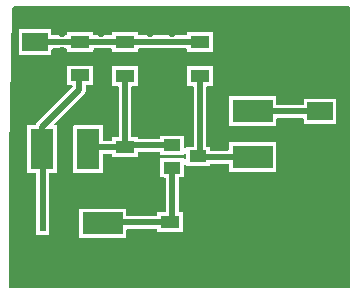
<source format=gbr>
G04 --- HEADER BEGIN --- *
%TF.GenerationSoftware,LibrePCB,LibrePCB,0.1.5*%
%TF.CreationDate,2021-06-20T18:39:02*%
%TF.ProjectId,Project_1 - Project_1,33df2010-fc84-4cad-912d-d0e73ea2b767,v1*%
%TF.Part,Single*%
%FSLAX66Y66*%
%MOMM*%
G01*
G74*
G04 --- HEADER END --- *
G04 --- APERTURE LIST BEGIN --- *
%ADD10R,3.4X1.9*%
%ADD11R,1.6X1.05*%
%ADD12O,2.19X1.587*%
%ADD13R,2.19X1.587*%
%ADD14R,0.5X0.5*%
%ADD15R,1.4X1.0*%
%ADD16R,1.9X3.4*%
%ADD17C,0.7*%
%ADD18C,0.5*%
%ADD19C,0.0*%
G04 --- APERTURE LIST END --- *
G04 --- BOARD BEGIN --- *
D10*
X8255000Y5760000D03*
X8255000Y1860000D03*
D11*
X10160000Y21110000D03*
X10160000Y18260000D03*
X16510000Y21110000D03*
X16510000Y18260000D03*
X13970000Y5870000D03*
X13970000Y3020000D03*
D12*
X26670000Y12700000D03*
D13*
X26670000Y15240000D03*
D11*
X6360000Y21140000D03*
X6360000Y18290000D03*
X10160000Y12220000D03*
X10160000Y9370000D03*
D14*
X3175000Y5345000D03*
X3175000Y3545000D03*
D12*
X2540000Y18595000D03*
D13*
X2540000Y21135000D03*
D15*
X14140000Y10480000D03*
X16340000Y11430000D03*
X14140000Y12380000D03*
D10*
X20955000Y11385000D03*
X20955000Y15285000D03*
D16*
X7030000Y12065000D03*
X3130000Y12065000D03*
D17*
X24600000Y14100000D03*
X12300000Y19800000D03*
X14100000Y19800000D03*
X14100000Y21900000D03*
X4800000Y21900000D03*
X24600000Y16500000D03*
X2100000Y9300000D03*
X8100000Y20100000D03*
X4200000Y7200000D03*
X8100000Y21900000D03*
X23700000Y14100000D03*
X12300000Y21900000D03*
X2100000Y7200000D03*
X23700000Y16500000D03*
X4800000Y20400000D03*
X4200000Y9300000D03*
D18*
X3175000Y12020000D02*
X3175000Y5345000D01*
X6300000Y17100000D02*
X3130000Y13930000D01*
X6360000Y18290000D02*
X6300000Y18290000D01*
X3130000Y12065000D02*
X3175000Y12020000D01*
X6300000Y17100000D02*
X6300000Y18290000D01*
X3130000Y13930000D02*
X3130000Y12065000D01*
X20955000Y15285000D02*
X21000000Y15240000D01*
X21000000Y15240000D02*
X26670000Y15240000D01*
X14140000Y6040000D02*
X14140000Y10480000D01*
X8255000Y5760000D02*
X8365000Y5870000D01*
X8365000Y5870000D02*
X13970000Y5870000D01*
X13970000Y5870000D02*
X14140000Y6040000D01*
X16510000Y11600000D02*
X16725000Y11385000D01*
X16510000Y11600000D02*
X16510000Y18260000D01*
X16340000Y11430000D02*
X16510000Y11600000D01*
X16725000Y11385000D02*
X20955000Y11385000D01*
X10320000Y12380000D02*
X14140000Y12380000D01*
X10160000Y18260000D02*
X10160000Y12220000D01*
X7185000Y12220000D02*
X10160000Y12220000D01*
X10160000Y12220000D02*
X10320000Y12380000D01*
X7030000Y12065000D02*
X7185000Y12220000D01*
X10160000Y21135000D02*
X16510000Y21135000D01*
X16510000Y21135000D02*
X16510000Y21110000D01*
X6360000Y21135000D02*
X10160000Y21135000D01*
X2540000Y21135000D02*
X6360000Y21135000D01*
X10160000Y21135000D02*
X10160000Y21110000D01*
X6360000Y21135000D02*
X6360000Y21140000D01*
D19*
G36*
X29169327Y319500D02*
X29210000Y400000D01*
X29210000Y24030000D01*
X29190500Y24089327D01*
X29110000Y24130000D01*
X732403Y24130000D01*
X673076Y24110500D01*
X632438Y24032631D01*
X300035Y11401330D01*
X300000Y11398699D01*
X300000Y400000D01*
X319500Y340673D01*
X400000Y300000D01*
X1161013Y300000D01*
X1161013Y20041500D01*
X1156248Y20043066D01*
X1145000Y20065328D01*
X1145000Y22212487D01*
X1146566Y22217252D01*
X1168828Y22228500D01*
X3918987Y22228500D01*
X3923752Y22226934D01*
X3935000Y22204672D01*
X3935000Y21785000D01*
X3954500Y21725673D01*
X4035000Y21685000D01*
X5160000Y21685000D01*
X5219327Y21704500D01*
X5260000Y21785000D01*
X5260000Y21948987D01*
X5261566Y21953752D01*
X5283828Y21965000D01*
X7443987Y21965000D01*
X7448752Y21963434D01*
X7460000Y21941172D01*
X7460000Y21785000D01*
X7479500Y21725673D01*
X7560000Y21685000D01*
X8960000Y21685000D01*
X9019327Y21704500D01*
X9060000Y21785000D01*
X9060000Y21918987D01*
X9061566Y21923752D01*
X9083828Y21935000D01*
X11243987Y21935000D01*
X11248752Y21933434D01*
X11260000Y21911172D01*
X11260000Y21785000D01*
X11279500Y21725673D01*
X11360000Y21685000D01*
X15310000Y21685000D01*
X15369327Y21704500D01*
X15410000Y21785000D01*
X15410000Y21918987D01*
X15411566Y21923752D01*
X15433828Y21935000D01*
X17593987Y21935000D01*
X17598752Y21933434D01*
X17610000Y21911172D01*
X17610000Y20301013D01*
X17608434Y20296248D01*
X17586172Y20285000D01*
X15426013Y20285000D01*
X15421248Y20286566D01*
X15410000Y20308828D01*
X15410000Y20485000D01*
X15390500Y20544327D01*
X15310000Y20585000D01*
X11360000Y20585000D01*
X11300673Y20565500D01*
X11260000Y20485000D01*
X11260000Y20301013D01*
X11258434Y20296248D01*
X11236172Y20285000D01*
X9076013Y20285000D01*
X9071248Y20286566D01*
X9060000Y20308828D01*
X9060000Y20485000D01*
X9040500Y20544327D01*
X8960000Y20585000D01*
X7560000Y20585000D01*
X7500673Y20565500D01*
X7460000Y20485000D01*
X7460000Y20331013D01*
X7458434Y20326248D01*
X7436172Y20315000D01*
X5276013Y20315000D01*
X5271248Y20316566D01*
X5260000Y20338828D01*
X5260000Y20485000D01*
X5240500Y20544327D01*
X5160000Y20585000D01*
X4035000Y20585000D01*
X3975673Y20565500D01*
X3935000Y20485000D01*
X3935000Y20057513D01*
X3933434Y20052748D01*
X3911172Y20041500D01*
X1161013Y20041500D01*
X1161013Y300000D01*
X2641013Y300000D01*
X2641013Y4795000D01*
X2636248Y4796566D01*
X2625000Y4818828D01*
X2625000Y9965000D01*
X2605500Y10024327D01*
X2525000Y10065000D01*
X1896013Y10065000D01*
X1891248Y10066566D01*
X1880000Y10088828D01*
X1880000Y14048987D01*
X1881566Y14053752D01*
X1903828Y14065000D01*
X2528878Y14065000D01*
X2588205Y14084500D01*
X2621266Y14126732D01*
X2629454Y14146500D01*
X2651177Y14198944D01*
X2657678Y14210203D01*
X2739098Y14316311D01*
X2743404Y14321222D01*
X5716471Y17294289D01*
X5744633Y17350029D01*
X5734235Y17411607D01*
X5689331Y17455008D01*
X5645760Y17465000D01*
X5276013Y17465000D01*
X5271248Y17466566D01*
X5260000Y17488828D01*
X5260000Y19098987D01*
X5261566Y19103752D01*
X5283828Y19115000D01*
X7443987Y19115000D01*
X7448752Y19113434D01*
X7460000Y19091172D01*
X7460000Y17481013D01*
X7458434Y17476248D01*
X7436172Y17465000D01*
X6950000Y17465000D01*
X6890673Y17445500D01*
X6850000Y17365000D01*
X6850000Y17103281D01*
X6849571Y17096744D01*
X6832114Y16964146D01*
X6828751Y16951595D01*
X6808499Y16902704D01*
X6808498Y16902702D01*
X6778821Y16831054D01*
X6772321Y16819796D01*
X6690902Y16713689D01*
X6686596Y16708778D01*
X4213529Y14235711D01*
X4185367Y14179971D01*
X4195765Y14118393D01*
X4240669Y14074992D01*
X4284240Y14065000D01*
X4363987Y14065000D01*
X4368752Y14063434D01*
X4380000Y14041172D01*
X4380000Y10081013D01*
X4378434Y10076248D01*
X4356172Y10065000D01*
X3825000Y10065000D01*
X3765673Y10045500D01*
X3725000Y9965000D01*
X3725000Y4811013D01*
X3723434Y4806248D01*
X3701172Y4795000D01*
X2641013Y4795000D01*
X2641013Y300000D01*
X6271013Y300000D01*
X6271013Y4510000D01*
X6266248Y4511566D01*
X6255000Y4533828D01*
X6255000Y6993987D01*
X6256566Y6998752D01*
X6278828Y7010000D01*
X10238987Y7010000D01*
X10243752Y7008434D01*
X10255000Y6986172D01*
X10255000Y6520000D01*
X10274500Y6460673D01*
X10355000Y6420000D01*
X12770000Y6420000D01*
X12829327Y6439500D01*
X12870000Y6520000D01*
X12870000Y6678987D01*
X12871566Y6683752D01*
X12893828Y6695000D01*
X13490000Y6695000D01*
X13549327Y6714500D01*
X13590000Y6795000D01*
X13590000Y9580000D01*
X13570500Y9639327D01*
X13490000Y9680000D01*
X13156013Y9680000D01*
X13151248Y9681566D01*
X13140000Y9703828D01*
X13140000Y11263987D01*
X13141566Y11268752D01*
X13163828Y11280000D01*
X15123987Y11280000D01*
X15128752Y11278434D01*
X15150746Y11234904D01*
X15194905Y11190745D01*
X15256651Y11181396D01*
X15311903Y11210502D01*
X15340000Y11280000D01*
X15340000Y11580000D01*
X15320500Y11639327D01*
X15269605Y11675517D01*
X15207164Y11674455D01*
X15145000Y11611225D01*
X15138434Y11591248D01*
X15116172Y11580000D01*
X13156013Y11580000D01*
X13151248Y11581566D01*
X13140000Y11603828D01*
X13140000Y11730000D01*
X13120500Y11789327D01*
X13040000Y11830000D01*
X11360000Y11830000D01*
X11300673Y11810500D01*
X11260000Y11730000D01*
X11260000Y11411013D01*
X11258434Y11406248D01*
X11236172Y11395000D01*
X9076013Y11395000D01*
X9071248Y11396566D01*
X9060000Y11418828D01*
X9060000Y11570000D01*
X9040500Y11629327D01*
X8960000Y11670000D01*
X8380000Y11670000D01*
X8320673Y11650500D01*
X8280000Y11570000D01*
X8280000Y10081013D01*
X8278434Y10076248D01*
X8256172Y10065000D01*
X5796013Y10065000D01*
X5791248Y10066566D01*
X5780000Y10088828D01*
X5780000Y14048987D01*
X5781566Y14053752D01*
X5803828Y14065000D01*
X8263987Y14065000D01*
X8268752Y14063434D01*
X8280000Y14041172D01*
X8280000Y12870000D01*
X8299500Y12810673D01*
X8380000Y12770000D01*
X8960000Y12770000D01*
X9019327Y12789500D01*
X9060000Y12870000D01*
X9060000Y13028987D01*
X9061566Y13033752D01*
X9083828Y13045000D01*
X9510000Y13045000D01*
X9569327Y13064500D01*
X9610000Y13145000D01*
X9610000Y17335000D01*
X9590500Y17394327D01*
X9510000Y17435000D01*
X9076013Y17435000D01*
X9071248Y17436566D01*
X9060000Y17458828D01*
X9060000Y19068987D01*
X9061566Y19073752D01*
X9083828Y19085000D01*
X11243987Y19085000D01*
X11248752Y19083434D01*
X11260000Y19061172D01*
X11260000Y17451013D01*
X11258434Y17446248D01*
X11236172Y17435000D01*
X10810000Y17435000D01*
X10750673Y17415500D01*
X10710000Y17335000D01*
X10710000Y13145000D01*
X10729500Y13085673D01*
X10810000Y13045000D01*
X11243987Y13045000D01*
X11248752Y13043434D01*
X11268303Y13004740D01*
X11279500Y12970673D01*
X11360000Y12930000D01*
X13040000Y12930000D01*
X13099327Y12949500D01*
X13140000Y13030000D01*
X13140000Y13163987D01*
X13141566Y13168752D01*
X13163828Y13180000D01*
X15123987Y13180000D01*
X15128752Y13178434D01*
X15140000Y13156172D01*
X15140000Y12230000D01*
X15159500Y12170673D01*
X15210395Y12134483D01*
X15272836Y12135545D01*
X15335000Y12198775D01*
X15341566Y12218752D01*
X15363828Y12230000D01*
X15860000Y12230000D01*
X15919327Y12249500D01*
X15960000Y12330000D01*
X15960000Y17335000D01*
X15940500Y17394327D01*
X15860000Y17435000D01*
X15426013Y17435000D01*
X15421248Y17436566D01*
X15410000Y17458828D01*
X15410000Y19068987D01*
X15411566Y19073752D01*
X15433828Y19085000D01*
X17593987Y19085000D01*
X17598752Y19083434D01*
X17610000Y19061172D01*
X17610000Y17451013D01*
X17608434Y17446248D01*
X17586172Y17435000D01*
X17160000Y17435000D01*
X17100673Y17415500D01*
X17060000Y17335000D01*
X17060000Y12330000D01*
X17079500Y12270673D01*
X17160000Y12230000D01*
X17323987Y12230000D01*
X17328752Y12228434D01*
X17340000Y12206172D01*
X17340000Y12035000D01*
X17359500Y11975673D01*
X17440000Y11935000D01*
X18855000Y11935000D01*
X18914327Y11954500D01*
X18955000Y12035000D01*
X18955000Y12618987D01*
X18956566Y12623752D01*
X18971013Y12631051D01*
X18971013Y14035000D01*
X18966248Y14036566D01*
X18955000Y14058828D01*
X18955000Y16518987D01*
X18956566Y16523752D01*
X18978828Y16535000D01*
X22938987Y16535000D01*
X22943752Y16533434D01*
X22955000Y16511172D01*
X22955000Y15890000D01*
X22974500Y15830673D01*
X23055000Y15790000D01*
X25175000Y15790000D01*
X25234327Y15809500D01*
X25275000Y15890000D01*
X25275000Y16317487D01*
X25276566Y16322252D01*
X25298828Y16333500D01*
X28048987Y16333500D01*
X28053752Y16331934D01*
X28065000Y16309672D01*
X28065000Y14162513D01*
X28063434Y14157748D01*
X28041172Y14146500D01*
X25291013Y14146500D01*
X25286248Y14148066D01*
X25275000Y14170328D01*
X25275000Y14590000D01*
X25255500Y14649327D01*
X25175000Y14690000D01*
X23055000Y14690000D01*
X22995673Y14670500D01*
X22955000Y14590000D01*
X22955000Y14051013D01*
X22953434Y14046248D01*
X22931172Y14035000D01*
X18971013Y14035000D01*
X18971013Y12631051D01*
X18978828Y12635000D01*
X22938987Y12635000D01*
X22943752Y12633434D01*
X22955000Y12611172D01*
X22955000Y10151013D01*
X22953434Y10146248D01*
X22931172Y10135000D01*
X18971013Y10135000D01*
X18966248Y10136566D01*
X18955000Y10158828D01*
X18955000Y10735000D01*
X18935500Y10794327D01*
X18855000Y10835000D01*
X17440000Y10835000D01*
X17380673Y10815500D01*
X17340000Y10735000D01*
X17340000Y10646013D01*
X17338434Y10641248D01*
X17316172Y10630000D01*
X15356013Y10630000D01*
X15351248Y10631566D01*
X15329254Y10675096D01*
X15285095Y10719255D01*
X15223349Y10728604D01*
X15168097Y10699498D01*
X15140000Y10630000D01*
X15140000Y9696013D01*
X15138434Y9691248D01*
X15116172Y9680000D01*
X14790000Y9680000D01*
X14730673Y9660500D01*
X14690000Y9580000D01*
X14690000Y6795000D01*
X14709500Y6735673D01*
X14790000Y6695000D01*
X15053987Y6695000D01*
X15058752Y6693434D01*
X15070000Y6671172D01*
X15070000Y5061013D01*
X15068434Y5056248D01*
X15046172Y5045000D01*
X12886013Y5045000D01*
X12881248Y5046566D01*
X12870000Y5068828D01*
X12870000Y5220000D01*
X12850500Y5279327D01*
X12770000Y5320000D01*
X10355000Y5320000D01*
X10295673Y5300500D01*
X10255000Y5220000D01*
X10255000Y4526013D01*
X10253434Y4521248D01*
X10231172Y4510000D01*
X6271013Y4510000D01*
X6271013Y300000D01*
X29110000Y300000D01*
X29169327Y319500D01*
G37*
G04 --- BOARD END --- *
%TF.MD5,9674d9d6fb50959d6fcf2cf5318f24b3*%
M02*

</source>
